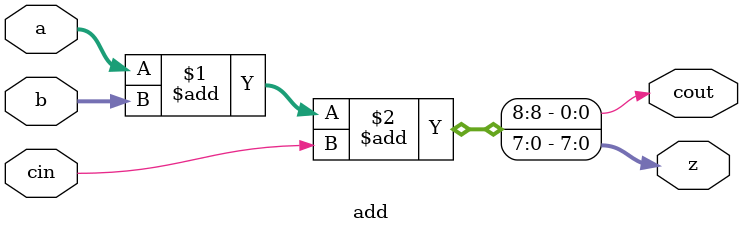
<source format=v>
module add #(parameter N = 8  // Operator width (8,16,32,64,128,...)
	     )
   (
    //Inputs
    input [N-1:0]  a,
    input [N-1:0]  b,
    input          cin,
    //Outputs
    output         cout,
    output [N-1:0] z
    );

   assign {cout, z[N-1:0]} = a[N-1:0] + b[N-1:0] + cin;

endmodule

</source>
